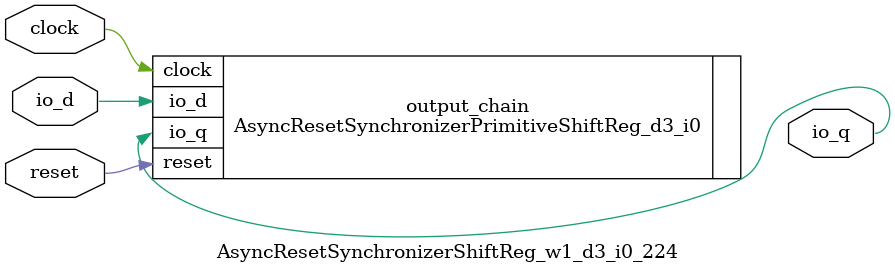
<source format=sv>
`ifndef RANDOMIZE
  `ifdef RANDOMIZE_REG_INIT
    `define RANDOMIZE
  `endif // RANDOMIZE_REG_INIT
`endif // not def RANDOMIZE
`ifndef RANDOMIZE
  `ifdef RANDOMIZE_MEM_INIT
    `define RANDOMIZE
  `endif // RANDOMIZE_MEM_INIT
`endif // not def RANDOMIZE

`ifndef RANDOM
  `define RANDOM $random
`endif // not def RANDOM

// Users can define 'PRINTF_COND' to add an extra gate to prints.
`ifndef PRINTF_COND_
  `ifdef PRINTF_COND
    `define PRINTF_COND_ (`PRINTF_COND)
  `else  // PRINTF_COND
    `define PRINTF_COND_ 1
  `endif // PRINTF_COND
`endif // not def PRINTF_COND_

// Users can define 'ASSERT_VERBOSE_COND' to add an extra gate to assert error printing.
`ifndef ASSERT_VERBOSE_COND_
  `ifdef ASSERT_VERBOSE_COND
    `define ASSERT_VERBOSE_COND_ (`ASSERT_VERBOSE_COND)
  `else  // ASSERT_VERBOSE_COND
    `define ASSERT_VERBOSE_COND_ 1
  `endif // ASSERT_VERBOSE_COND
`endif // not def ASSERT_VERBOSE_COND_

// Users can define 'STOP_COND' to add an extra gate to stop conditions.
`ifndef STOP_COND_
  `ifdef STOP_COND
    `define STOP_COND_ (`STOP_COND)
  `else  // STOP_COND
    `define STOP_COND_ 1
  `endif // STOP_COND
`endif // not def STOP_COND_

// Users can define INIT_RANDOM as general code that gets injected into the
// initializer block for modules with registers.
`ifndef INIT_RANDOM
  `define INIT_RANDOM
`endif // not def INIT_RANDOM

// If using random initialization, you can also define RANDOMIZE_DELAY to
// customize the delay used, otherwise 0.002 is used.
`ifndef RANDOMIZE_DELAY
  `define RANDOMIZE_DELAY 0.002
`endif // not def RANDOMIZE_DELAY

// Define INIT_RANDOM_PROLOG_ for use in our modules below.
`ifndef INIT_RANDOM_PROLOG_
  `ifdef RANDOMIZE
    `ifdef VERILATOR
      `define INIT_RANDOM_PROLOG_ `INIT_RANDOM
    `else  // VERILATOR
      `define INIT_RANDOM_PROLOG_ `INIT_RANDOM #`RANDOMIZE_DELAY begin end
    `endif // VERILATOR
  `else  // RANDOMIZE
    `define INIT_RANDOM_PROLOG_
  `endif // RANDOMIZE
`endif // not def INIT_RANDOM_PROLOG_

module AsyncResetSynchronizerShiftReg_w1_d3_i0_224(
  input  clock,
         reset,
         io_d,
  output io_q
);

  AsyncResetSynchronizerPrimitiveShiftReg_d3_i0 output_chain (	// @[ShiftReg.scala:45:23]
    .clock (clock),
    .reset (reset),
    .io_d  (io_d),
    .io_q  (io_q)
  );
endmodule


</source>
